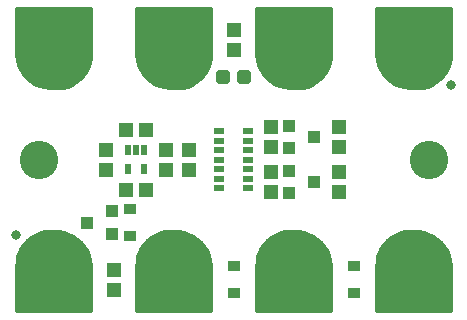
<source format=gts>
G75*
%MOIN*%
%OFA0B0*%
%FSLAX25Y25*%
%IPPOS*%
%LPD*%
%AMOC8*
5,1,8,0,0,1.08239X$1,22.5*
%
%ADD10C,0.12800*%
%ADD11C,0.03300*%
%ADD12R,0.04737X0.05131*%
%ADD13R,0.04343X0.03950*%
%ADD14R,0.03753X0.02178*%
%ADD15R,0.05131X0.04737*%
%ADD16R,0.02375X0.03753*%
%ADD17C,0.20800*%
%ADD18C,0.01000*%
%ADD19R,0.04068X0.03280*%
%ADD20C,0.01990*%
D10*
X0103333Y0331400D03*
X0233333Y0331400D03*
D11*
X0240833Y0356400D03*
X0095833Y0306400D03*
D12*
X0128333Y0294746D03*
X0128333Y0288054D03*
X0125833Y0328054D03*
X0125833Y0334746D03*
X0145833Y0334746D03*
X0145833Y0328054D03*
X0153333Y0328054D03*
X0153333Y0334746D03*
X0180833Y0335554D03*
X0180833Y0342246D03*
X0180833Y0327246D03*
X0180833Y0320554D03*
X0203333Y0320554D03*
X0203333Y0327246D03*
X0203333Y0335554D03*
X0203333Y0342246D03*
X0168333Y0368054D03*
X0168333Y0374746D03*
D13*
X0186896Y0342640D03*
X0186896Y0335160D03*
X0186896Y0327640D03*
X0186896Y0320160D03*
X0195164Y0323900D03*
X0195164Y0338900D03*
X0127770Y0314140D03*
X0127770Y0306660D03*
X0119503Y0310400D03*
D14*
X0163609Y0321951D03*
X0163609Y0325101D03*
X0163609Y0328250D03*
X0163609Y0331400D03*
X0163609Y0334550D03*
X0163609Y0337699D03*
X0163609Y0340849D03*
X0173058Y0340849D03*
X0173058Y0337699D03*
X0173058Y0334550D03*
X0173058Y0331400D03*
X0173058Y0328250D03*
X0173058Y0325101D03*
X0173058Y0321951D03*
D15*
X0139180Y0321400D03*
X0132487Y0321400D03*
X0132487Y0341400D03*
X0139180Y0341400D03*
D16*
X0138392Y0334648D03*
X0135833Y0334648D03*
X0133274Y0334648D03*
X0133274Y0328152D03*
X0138392Y0328152D03*
D17*
X0148333Y0295400D03*
X0188333Y0295400D03*
X0228333Y0295400D03*
X0228333Y0367400D03*
X0188333Y0367400D03*
X0148333Y0367400D03*
X0108333Y0367400D03*
X0108333Y0295400D03*
D18*
X0095933Y0296000D02*
X0095933Y0281000D01*
X0120733Y0281000D01*
X0120733Y0296400D01*
X0120528Y0298073D01*
X0120086Y0299700D01*
X0119418Y0301248D01*
X0118536Y0302684D01*
X0117458Y0303981D01*
X0116207Y0305111D01*
X0114808Y0306051D01*
X0113289Y0306783D01*
X0111682Y0307291D01*
X0110019Y0307565D01*
X0108333Y0307600D01*
X0106733Y0307646D01*
X0105143Y0307466D01*
X0103594Y0307062D01*
X0102118Y0306443D01*
X0100745Y0305621D01*
X0099501Y0304613D01*
X0098413Y0303440D01*
X0097502Y0302124D01*
X0096786Y0300693D01*
X0096280Y0299174D01*
X0095994Y0297599D01*
X0095933Y0296000D01*
X0095948Y0296378D02*
X0120733Y0296378D01*
X0120733Y0295379D02*
X0095933Y0295379D01*
X0095933Y0294381D02*
X0120733Y0294381D01*
X0120733Y0293382D02*
X0095933Y0293382D01*
X0095933Y0292384D02*
X0120733Y0292384D01*
X0120733Y0291385D02*
X0095933Y0291385D01*
X0095933Y0290387D02*
X0120733Y0290387D01*
X0120733Y0289388D02*
X0095933Y0289388D01*
X0095933Y0288390D02*
X0120733Y0288390D01*
X0120733Y0287391D02*
X0095933Y0287391D01*
X0095933Y0286393D02*
X0120733Y0286393D01*
X0120733Y0285394D02*
X0095933Y0285394D01*
X0095933Y0284396D02*
X0120733Y0284396D01*
X0120733Y0283397D02*
X0095933Y0283397D01*
X0095933Y0282399D02*
X0120733Y0282399D01*
X0120733Y0281400D02*
X0095933Y0281400D01*
X0095985Y0297376D02*
X0120613Y0297376D01*
X0120446Y0298375D02*
X0096135Y0298375D01*
X0096346Y0299373D02*
X0120175Y0299373D01*
X0119796Y0300372D02*
X0096679Y0300372D01*
X0097125Y0301370D02*
X0119342Y0301370D01*
X0118729Y0302369D02*
X0097671Y0302369D01*
X0098363Y0303367D02*
X0117968Y0303367D01*
X0117032Y0304366D02*
X0099272Y0304366D01*
X0100428Y0305364D02*
X0115830Y0305364D01*
X0114161Y0306363D02*
X0101985Y0306363D01*
X0104743Y0307361D02*
X0111256Y0307361D01*
X0136280Y0299174D02*
X0135994Y0297599D01*
X0135933Y0296000D01*
X0135933Y0281000D01*
X0160733Y0281000D01*
X0160733Y0296400D01*
X0160528Y0298073D01*
X0160086Y0299700D01*
X0159418Y0301248D01*
X0158536Y0302684D01*
X0157458Y0303981D01*
X0156207Y0305111D01*
X0154808Y0306051D01*
X0153289Y0306783D01*
X0151682Y0307291D01*
X0150019Y0307565D01*
X0148333Y0307600D01*
X0146733Y0307646D01*
X0145143Y0307466D01*
X0143594Y0307062D01*
X0142118Y0306443D01*
X0140745Y0305621D01*
X0139501Y0304613D01*
X0138413Y0303440D01*
X0137502Y0302124D01*
X0136786Y0300693D01*
X0136280Y0299174D01*
X0136346Y0299373D02*
X0160175Y0299373D01*
X0160446Y0298375D02*
X0136135Y0298375D01*
X0135985Y0297376D02*
X0160613Y0297376D01*
X0160733Y0296378D02*
X0135948Y0296378D01*
X0135933Y0295379D02*
X0160733Y0295379D01*
X0160733Y0294381D02*
X0135933Y0294381D01*
X0135933Y0293382D02*
X0160733Y0293382D01*
X0160733Y0292384D02*
X0135933Y0292384D01*
X0135933Y0291385D02*
X0160733Y0291385D01*
X0160733Y0290387D02*
X0135933Y0290387D01*
X0135933Y0289388D02*
X0160733Y0289388D01*
X0160733Y0288390D02*
X0135933Y0288390D01*
X0135933Y0287391D02*
X0160733Y0287391D01*
X0160733Y0286393D02*
X0135933Y0286393D01*
X0135933Y0285394D02*
X0160733Y0285394D01*
X0160733Y0284396D02*
X0135933Y0284396D01*
X0135933Y0283397D02*
X0160733Y0283397D01*
X0160733Y0282399D02*
X0135933Y0282399D01*
X0135933Y0281400D02*
X0160733Y0281400D01*
X0175933Y0281400D02*
X0200733Y0281400D01*
X0200733Y0281000D02*
X0200733Y0296400D01*
X0200528Y0298073D01*
X0200086Y0299700D01*
X0199418Y0301248D01*
X0198536Y0302684D01*
X0197458Y0303981D01*
X0196207Y0305111D01*
X0194808Y0306051D01*
X0193289Y0306783D01*
X0191682Y0307291D01*
X0190019Y0307565D01*
X0188333Y0307600D01*
X0186733Y0307646D01*
X0185143Y0307466D01*
X0183594Y0307062D01*
X0182118Y0306443D01*
X0180745Y0305621D01*
X0179501Y0304613D01*
X0178413Y0303440D01*
X0177502Y0302124D01*
X0176786Y0300693D01*
X0176280Y0299174D01*
X0175994Y0297599D01*
X0175933Y0296000D01*
X0175933Y0281000D01*
X0200733Y0281000D01*
X0200733Y0282399D02*
X0175933Y0282399D01*
X0175933Y0283397D02*
X0200733Y0283397D01*
X0200733Y0284396D02*
X0175933Y0284396D01*
X0175933Y0285394D02*
X0200733Y0285394D01*
X0200733Y0286393D02*
X0175933Y0286393D01*
X0175933Y0287391D02*
X0200733Y0287391D01*
X0200733Y0288390D02*
X0175933Y0288390D01*
X0175933Y0289388D02*
X0200733Y0289388D01*
X0200733Y0290387D02*
X0175933Y0290387D01*
X0175933Y0291385D02*
X0200733Y0291385D01*
X0200733Y0292384D02*
X0175933Y0292384D01*
X0175933Y0293382D02*
X0200733Y0293382D01*
X0200733Y0294381D02*
X0175933Y0294381D01*
X0175933Y0295379D02*
X0200733Y0295379D01*
X0200733Y0296378D02*
X0175948Y0296378D01*
X0175985Y0297376D02*
X0200613Y0297376D01*
X0200446Y0298375D02*
X0176135Y0298375D01*
X0176346Y0299373D02*
X0200175Y0299373D01*
X0199796Y0300372D02*
X0176679Y0300372D01*
X0177125Y0301370D02*
X0199342Y0301370D01*
X0198729Y0302369D02*
X0177671Y0302369D01*
X0178363Y0303367D02*
X0197968Y0303367D01*
X0197032Y0304366D02*
X0179272Y0304366D01*
X0180428Y0305364D02*
X0195830Y0305364D01*
X0194161Y0306363D02*
X0181985Y0306363D01*
X0184743Y0307361D02*
X0191256Y0307361D01*
X0216280Y0299174D02*
X0215994Y0297599D01*
X0215933Y0296000D01*
X0215933Y0281000D01*
X0240733Y0281000D01*
X0240733Y0296400D01*
X0240528Y0298073D01*
X0240086Y0299700D01*
X0239418Y0301248D01*
X0238536Y0302684D01*
X0237458Y0303981D01*
X0236207Y0305111D01*
X0234808Y0306051D01*
X0233289Y0306783D01*
X0231682Y0307291D01*
X0230019Y0307565D01*
X0228333Y0307600D01*
X0226733Y0307646D01*
X0225143Y0307466D01*
X0223594Y0307062D01*
X0222118Y0306443D01*
X0220745Y0305621D01*
X0219501Y0304613D01*
X0218413Y0303440D01*
X0217502Y0302124D01*
X0216786Y0300693D01*
X0216280Y0299174D01*
X0216346Y0299373D02*
X0240175Y0299373D01*
X0240446Y0298375D02*
X0216135Y0298375D01*
X0215985Y0297376D02*
X0240613Y0297376D01*
X0240733Y0296378D02*
X0215948Y0296378D01*
X0215933Y0295379D02*
X0240733Y0295379D01*
X0240733Y0294381D02*
X0215933Y0294381D01*
X0215933Y0293382D02*
X0240733Y0293382D01*
X0240733Y0292384D02*
X0215933Y0292384D01*
X0215933Y0291385D02*
X0240733Y0291385D01*
X0240733Y0290387D02*
X0215933Y0290387D01*
X0215933Y0289388D02*
X0240733Y0289388D01*
X0240733Y0288390D02*
X0215933Y0288390D01*
X0215933Y0287391D02*
X0240733Y0287391D01*
X0240733Y0286393D02*
X0215933Y0286393D01*
X0215933Y0285394D02*
X0240733Y0285394D01*
X0240733Y0284396D02*
X0215933Y0284396D01*
X0215933Y0283397D02*
X0240733Y0283397D01*
X0240733Y0282399D02*
X0215933Y0282399D01*
X0215933Y0281400D02*
X0240733Y0281400D01*
X0239796Y0300372D02*
X0216679Y0300372D01*
X0217125Y0301370D02*
X0239342Y0301370D01*
X0238729Y0302369D02*
X0217671Y0302369D01*
X0218363Y0303367D02*
X0237968Y0303367D01*
X0237032Y0304366D02*
X0219272Y0304366D01*
X0220428Y0305364D02*
X0235830Y0305364D01*
X0234161Y0306363D02*
X0221985Y0306363D01*
X0224743Y0307361D02*
X0231256Y0307361D01*
X0229933Y0355154D02*
X0228333Y0355200D01*
X0226648Y0355235D01*
X0224985Y0355509D01*
X0223377Y0356017D01*
X0221859Y0356749D01*
X0220459Y0357689D01*
X0219208Y0358819D01*
X0218131Y0360116D01*
X0217249Y0361552D01*
X0216580Y0363100D01*
X0216139Y0364727D01*
X0215933Y0366400D01*
X0215933Y0381800D01*
X0240733Y0381800D01*
X0240733Y0366800D01*
X0240673Y0365201D01*
X0240387Y0363626D01*
X0239881Y0362107D01*
X0239165Y0360676D01*
X0238253Y0359360D01*
X0237165Y0358187D01*
X0235922Y0357179D01*
X0234548Y0356357D01*
X0233072Y0355738D01*
X0231523Y0355334D01*
X0229933Y0355154D01*
X0231131Y0355290D02*
X0226314Y0355290D01*
X0222814Y0356288D02*
X0234384Y0356288D01*
X0236055Y0357287D02*
X0221058Y0357287D01*
X0219799Y0358285D02*
X0237257Y0358285D01*
X0238183Y0359284D02*
X0218822Y0359284D01*
X0218029Y0360282D02*
X0238892Y0360282D01*
X0239467Y0361281D02*
X0217416Y0361281D01*
X0216935Y0362279D02*
X0239938Y0362279D01*
X0240271Y0363278D02*
X0216532Y0363278D01*
X0216261Y0364276D02*
X0240505Y0364276D01*
X0240676Y0365275D02*
X0216072Y0365275D01*
X0215949Y0366273D02*
X0240713Y0366273D01*
X0240733Y0367272D02*
X0215933Y0367272D01*
X0215933Y0368270D02*
X0240733Y0368270D01*
X0240733Y0369269D02*
X0215933Y0369269D01*
X0215933Y0370268D02*
X0240733Y0370268D01*
X0240733Y0371266D02*
X0215933Y0371266D01*
X0215933Y0372265D02*
X0240733Y0372265D01*
X0240733Y0373263D02*
X0215933Y0373263D01*
X0215933Y0374262D02*
X0240733Y0374262D01*
X0240733Y0375260D02*
X0215933Y0375260D01*
X0215933Y0376259D02*
X0240733Y0376259D01*
X0240733Y0377257D02*
X0215933Y0377257D01*
X0215933Y0378256D02*
X0240733Y0378256D01*
X0240733Y0379254D02*
X0215933Y0379254D01*
X0215933Y0380253D02*
X0240733Y0380253D01*
X0240733Y0381251D02*
X0215933Y0381251D01*
X0200733Y0381251D02*
X0175933Y0381251D01*
X0175933Y0381800D02*
X0175933Y0366400D01*
X0176139Y0364727D01*
X0176580Y0363100D01*
X0177249Y0361552D01*
X0178131Y0360116D01*
X0179208Y0358819D01*
X0180459Y0357689D01*
X0181859Y0356749D01*
X0183377Y0356017D01*
X0184985Y0355509D01*
X0186648Y0355235D01*
X0188333Y0355200D01*
X0189933Y0355154D01*
X0191523Y0355334D01*
X0193072Y0355738D01*
X0194548Y0356357D01*
X0195922Y0357179D01*
X0197165Y0358187D01*
X0198253Y0359360D01*
X0199165Y0360676D01*
X0199881Y0362107D01*
X0200387Y0363626D01*
X0200673Y0365201D01*
X0200733Y0366800D01*
X0200733Y0381800D01*
X0175933Y0381800D01*
X0175933Y0380253D02*
X0200733Y0380253D01*
X0200733Y0379254D02*
X0175933Y0379254D01*
X0175933Y0378256D02*
X0200733Y0378256D01*
X0200733Y0377257D02*
X0175933Y0377257D01*
X0175933Y0376259D02*
X0200733Y0376259D01*
X0200733Y0375260D02*
X0175933Y0375260D01*
X0175933Y0374262D02*
X0200733Y0374262D01*
X0200733Y0373263D02*
X0175933Y0373263D01*
X0175933Y0372265D02*
X0200733Y0372265D01*
X0200733Y0371266D02*
X0175933Y0371266D01*
X0175933Y0370268D02*
X0200733Y0370268D01*
X0200733Y0369269D02*
X0175933Y0369269D01*
X0175933Y0368270D02*
X0200733Y0368270D01*
X0200733Y0367272D02*
X0175933Y0367272D01*
X0175949Y0366273D02*
X0200713Y0366273D01*
X0200676Y0365275D02*
X0176072Y0365275D01*
X0176261Y0364276D02*
X0200505Y0364276D01*
X0200271Y0363278D02*
X0176532Y0363278D01*
X0176935Y0362279D02*
X0199938Y0362279D01*
X0199467Y0361281D02*
X0177416Y0361281D01*
X0178029Y0360282D02*
X0198892Y0360282D01*
X0198183Y0359284D02*
X0178822Y0359284D01*
X0179799Y0358285D02*
X0197257Y0358285D01*
X0196055Y0357287D02*
X0181058Y0357287D01*
X0182814Y0356288D02*
X0194384Y0356288D01*
X0191131Y0355290D02*
X0186314Y0355290D01*
X0160387Y0363626D02*
X0159881Y0362107D01*
X0159165Y0360676D01*
X0158253Y0359360D01*
X0157165Y0358187D01*
X0155922Y0357179D01*
X0154548Y0356357D01*
X0153072Y0355738D01*
X0151523Y0355334D01*
X0149933Y0355154D01*
X0148333Y0355200D01*
X0146648Y0355235D01*
X0144985Y0355509D01*
X0143377Y0356017D01*
X0141859Y0356749D01*
X0140459Y0357689D01*
X0139208Y0358819D01*
X0138131Y0360116D01*
X0137249Y0361552D01*
X0136580Y0363100D01*
X0136139Y0364727D01*
X0135933Y0366400D01*
X0135933Y0381800D01*
X0160733Y0381800D01*
X0160733Y0366800D01*
X0160673Y0365201D01*
X0160387Y0363626D01*
X0160271Y0363278D02*
X0136532Y0363278D01*
X0136261Y0364276D02*
X0160505Y0364276D01*
X0160676Y0365275D02*
X0136072Y0365275D01*
X0135949Y0366273D02*
X0160713Y0366273D01*
X0160733Y0367272D02*
X0135933Y0367272D01*
X0135933Y0368270D02*
X0160733Y0368270D01*
X0160733Y0369269D02*
X0135933Y0369269D01*
X0135933Y0370268D02*
X0160733Y0370268D01*
X0160733Y0371266D02*
X0135933Y0371266D01*
X0135933Y0372265D02*
X0160733Y0372265D01*
X0160733Y0373263D02*
X0135933Y0373263D01*
X0135933Y0374262D02*
X0160733Y0374262D01*
X0160733Y0375260D02*
X0135933Y0375260D01*
X0135933Y0376259D02*
X0160733Y0376259D01*
X0160733Y0377257D02*
X0135933Y0377257D01*
X0135933Y0378256D02*
X0160733Y0378256D01*
X0160733Y0379254D02*
X0135933Y0379254D01*
X0135933Y0380253D02*
X0160733Y0380253D01*
X0160733Y0381251D02*
X0135933Y0381251D01*
X0120733Y0381251D02*
X0095933Y0381251D01*
X0095933Y0381800D02*
X0095933Y0366400D01*
X0096139Y0364727D01*
X0096580Y0363100D01*
X0097249Y0361552D01*
X0098131Y0360116D01*
X0099208Y0358819D01*
X0100459Y0357689D01*
X0101859Y0356749D01*
X0103377Y0356017D01*
X0104985Y0355509D01*
X0106648Y0355235D01*
X0108333Y0355200D01*
X0109933Y0355154D01*
X0111523Y0355334D01*
X0113072Y0355738D01*
X0114548Y0356357D01*
X0115922Y0357179D01*
X0117165Y0358187D01*
X0118253Y0359360D01*
X0119165Y0360676D01*
X0119881Y0362107D01*
X0120387Y0363626D01*
X0120673Y0365201D01*
X0120733Y0366800D01*
X0120733Y0381800D01*
X0095933Y0381800D01*
X0095933Y0380253D02*
X0120733Y0380253D01*
X0120733Y0379254D02*
X0095933Y0379254D01*
X0095933Y0378256D02*
X0120733Y0378256D01*
X0120733Y0377257D02*
X0095933Y0377257D01*
X0095933Y0376259D02*
X0120733Y0376259D01*
X0120733Y0375260D02*
X0095933Y0375260D01*
X0095933Y0374262D02*
X0120733Y0374262D01*
X0120733Y0373263D02*
X0095933Y0373263D01*
X0095933Y0372265D02*
X0120733Y0372265D01*
X0120733Y0371266D02*
X0095933Y0371266D01*
X0095933Y0370268D02*
X0120733Y0370268D01*
X0120733Y0369269D02*
X0095933Y0369269D01*
X0095933Y0368270D02*
X0120733Y0368270D01*
X0120733Y0367272D02*
X0095933Y0367272D01*
X0095949Y0366273D02*
X0120713Y0366273D01*
X0120676Y0365275D02*
X0096072Y0365275D01*
X0096261Y0364276D02*
X0120505Y0364276D01*
X0120271Y0363278D02*
X0096532Y0363278D01*
X0096935Y0362279D02*
X0119938Y0362279D01*
X0119467Y0361281D02*
X0097416Y0361281D01*
X0098029Y0360282D02*
X0118892Y0360282D01*
X0118183Y0359284D02*
X0098822Y0359284D01*
X0099799Y0358285D02*
X0117257Y0358285D01*
X0116055Y0357287D02*
X0101058Y0357287D01*
X0102814Y0356288D02*
X0114384Y0356288D01*
X0111131Y0355290D02*
X0106314Y0355290D01*
X0136935Y0362279D02*
X0159938Y0362279D01*
X0159467Y0361281D02*
X0137416Y0361281D01*
X0138029Y0360282D02*
X0158892Y0360282D01*
X0158183Y0359284D02*
X0138822Y0359284D01*
X0139799Y0358285D02*
X0157257Y0358285D01*
X0156055Y0357287D02*
X0141058Y0357287D01*
X0142814Y0356288D02*
X0154384Y0356288D01*
X0151131Y0355290D02*
X0146314Y0355290D01*
X0144743Y0307361D02*
X0151256Y0307361D01*
X0154161Y0306363D02*
X0141985Y0306363D01*
X0140428Y0305364D02*
X0155830Y0305364D01*
X0157032Y0304366D02*
X0139272Y0304366D01*
X0138363Y0303367D02*
X0157968Y0303367D01*
X0158729Y0302369D02*
X0137671Y0302369D01*
X0137125Y0301370D02*
X0159342Y0301370D01*
X0159796Y0300372D02*
X0136679Y0300372D01*
D19*
X0133833Y0305872D03*
X0133833Y0314928D03*
X0168333Y0295928D03*
X0168333Y0286872D03*
X0208333Y0286872D03*
X0208333Y0295928D03*
D20*
X0170413Y0357527D02*
X0170413Y0360273D01*
X0173159Y0360273D01*
X0173159Y0357527D01*
X0170413Y0357527D01*
X0170413Y0359417D02*
X0173159Y0359417D01*
X0163508Y0360273D02*
X0163508Y0357527D01*
X0163508Y0360273D02*
X0166254Y0360273D01*
X0166254Y0357527D01*
X0163508Y0357527D01*
X0163508Y0359417D02*
X0166254Y0359417D01*
M02*

</source>
